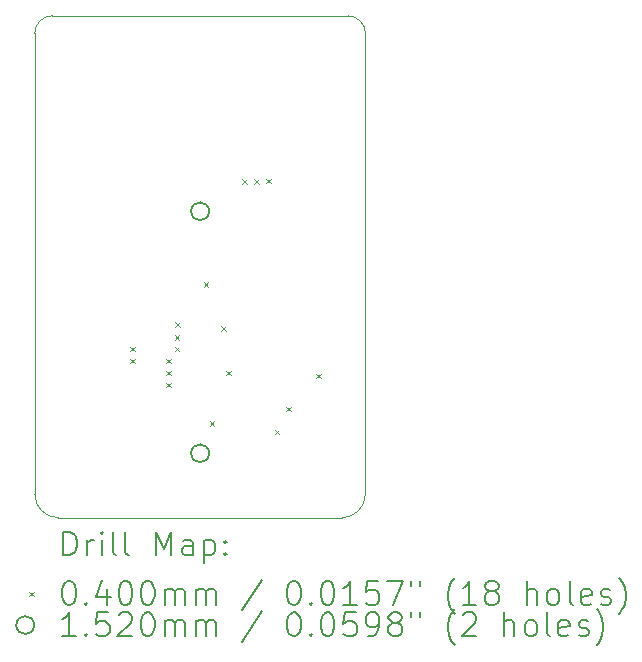
<source format=gbr>
%TF.GenerationSoftware,KiCad,Pcbnew,7.0.2*%
%TF.CreationDate,2024-10-17T18:40:29+08:00*%
%TF.ProjectId,blinker,626c696e-6b65-4722-9e6b-696361645f70,rev?*%
%TF.SameCoordinates,Original*%
%TF.FileFunction,Drillmap*%
%TF.FilePolarity,Positive*%
%FSLAX45Y45*%
G04 Gerber Fmt 4.5, Leading zero omitted, Abs format (unit mm)*
G04 Created by KiCad (PCBNEW 7.0.2) date 2024-10-17 18:40:29*
%MOMM*%
%LPD*%
G01*
G04 APERTURE LIST*
%ADD10C,0.100000*%
%ADD11C,0.200000*%
%ADD12C,0.040000*%
%ADD13C,0.152000*%
G04 APERTURE END LIST*
D10*
X6800000Y-1900000D02*
G75*
G03*
X6650000Y-1750000I-150000J0D01*
G01*
X4150000Y-1750000D02*
G75*
G03*
X4000000Y-1900000I0J-150000D01*
G01*
X4000000Y-5800000D02*
G75*
G03*
X4200000Y-6000000I200000J0D01*
G01*
X6600000Y-6000000D02*
G75*
G03*
X6800000Y-5800000I0J200000D01*
G01*
X4000000Y-1900000D02*
X4000000Y-5800000D01*
X6650000Y-1750000D02*
X4150000Y-1750000D01*
X6800000Y-5800000D02*
X6800000Y-1900000D01*
X4200000Y-6000000D02*
X6600000Y-6000000D01*
D11*
D12*
X4806000Y-4552000D02*
X4846000Y-4592000D01*
X4846000Y-4552000D02*
X4806000Y-4592000D01*
X4806000Y-4653600D02*
X4846000Y-4693600D01*
X4846000Y-4653600D02*
X4806000Y-4693600D01*
X5110800Y-4856800D02*
X5150800Y-4896800D01*
X5150800Y-4856800D02*
X5110800Y-4896800D01*
X5111230Y-4754770D02*
X5151230Y-4794770D01*
X5151230Y-4754770D02*
X5111230Y-4794770D01*
X5111660Y-4652740D02*
X5151660Y-4692740D01*
X5151660Y-4652740D02*
X5111660Y-4692740D01*
X5184110Y-4451526D02*
X5224110Y-4491526D01*
X5224110Y-4451526D02*
X5184110Y-4491526D01*
X5184110Y-4552000D02*
X5224110Y-4592000D01*
X5224110Y-4552000D02*
X5184110Y-4592000D01*
X5187778Y-4345398D02*
X5227778Y-4385398D01*
X5227778Y-4345398D02*
X5187778Y-4385398D01*
X5430000Y-4005000D02*
X5470000Y-4045000D01*
X5470000Y-4005000D02*
X5430000Y-4045000D01*
X5480000Y-5180000D02*
X5520000Y-5220000D01*
X5520000Y-5180000D02*
X5480000Y-5220000D01*
X5580000Y-4380000D02*
X5620000Y-4420000D01*
X5620000Y-4380000D02*
X5580000Y-4420000D01*
X5618800Y-4755200D02*
X5658800Y-4795200D01*
X5658800Y-4755200D02*
X5618800Y-4795200D01*
X5755000Y-3132821D02*
X5795000Y-3172821D01*
X5795000Y-3132821D02*
X5755000Y-3172821D01*
X5857640Y-3132640D02*
X5897640Y-3172640D01*
X5897640Y-3132640D02*
X5857640Y-3172640D01*
X5957554Y-3129931D02*
X5997554Y-3169931D01*
X5997554Y-3129931D02*
X5957554Y-3169931D01*
X6030000Y-5255000D02*
X6070000Y-5295000D01*
X6070000Y-5255000D02*
X6030000Y-5295000D01*
X6126800Y-5060000D02*
X6166800Y-5100000D01*
X6166800Y-5060000D02*
X6126800Y-5100000D01*
X6380000Y-4780000D02*
X6420000Y-4820000D01*
X6420000Y-4780000D02*
X6380000Y-4820000D01*
D13*
X5476000Y-3405280D02*
G75*
G03*
X5476000Y-3405280I-76000J0D01*
G01*
X5476000Y-5454280D02*
G75*
G03*
X5476000Y-5454280I-76000J0D01*
G01*
D11*
X4242619Y-6317524D02*
X4242619Y-6117524D01*
X4242619Y-6117524D02*
X4290238Y-6117524D01*
X4290238Y-6117524D02*
X4318810Y-6127048D01*
X4318810Y-6127048D02*
X4337857Y-6146095D01*
X4337857Y-6146095D02*
X4347381Y-6165143D01*
X4347381Y-6165143D02*
X4356905Y-6203238D01*
X4356905Y-6203238D02*
X4356905Y-6231809D01*
X4356905Y-6231809D02*
X4347381Y-6269905D01*
X4347381Y-6269905D02*
X4337857Y-6288952D01*
X4337857Y-6288952D02*
X4318810Y-6308000D01*
X4318810Y-6308000D02*
X4290238Y-6317524D01*
X4290238Y-6317524D02*
X4242619Y-6317524D01*
X4442619Y-6317524D02*
X4442619Y-6184190D01*
X4442619Y-6222286D02*
X4452143Y-6203238D01*
X4452143Y-6203238D02*
X4461667Y-6193714D01*
X4461667Y-6193714D02*
X4480714Y-6184190D01*
X4480714Y-6184190D02*
X4499762Y-6184190D01*
X4566429Y-6317524D02*
X4566429Y-6184190D01*
X4566429Y-6117524D02*
X4556905Y-6127048D01*
X4556905Y-6127048D02*
X4566429Y-6136571D01*
X4566429Y-6136571D02*
X4575952Y-6127048D01*
X4575952Y-6127048D02*
X4566429Y-6117524D01*
X4566429Y-6117524D02*
X4566429Y-6136571D01*
X4690238Y-6317524D02*
X4671190Y-6308000D01*
X4671190Y-6308000D02*
X4661667Y-6288952D01*
X4661667Y-6288952D02*
X4661667Y-6117524D01*
X4795000Y-6317524D02*
X4775952Y-6308000D01*
X4775952Y-6308000D02*
X4766429Y-6288952D01*
X4766429Y-6288952D02*
X4766429Y-6117524D01*
X5023571Y-6317524D02*
X5023571Y-6117524D01*
X5023571Y-6117524D02*
X5090238Y-6260381D01*
X5090238Y-6260381D02*
X5156905Y-6117524D01*
X5156905Y-6117524D02*
X5156905Y-6317524D01*
X5337857Y-6317524D02*
X5337857Y-6212762D01*
X5337857Y-6212762D02*
X5328333Y-6193714D01*
X5328333Y-6193714D02*
X5309286Y-6184190D01*
X5309286Y-6184190D02*
X5271190Y-6184190D01*
X5271190Y-6184190D02*
X5252143Y-6193714D01*
X5337857Y-6308000D02*
X5318810Y-6317524D01*
X5318810Y-6317524D02*
X5271190Y-6317524D01*
X5271190Y-6317524D02*
X5252143Y-6308000D01*
X5252143Y-6308000D02*
X5242619Y-6288952D01*
X5242619Y-6288952D02*
X5242619Y-6269905D01*
X5242619Y-6269905D02*
X5252143Y-6250857D01*
X5252143Y-6250857D02*
X5271190Y-6241333D01*
X5271190Y-6241333D02*
X5318810Y-6241333D01*
X5318810Y-6241333D02*
X5337857Y-6231809D01*
X5433095Y-6184190D02*
X5433095Y-6384190D01*
X5433095Y-6193714D02*
X5452143Y-6184190D01*
X5452143Y-6184190D02*
X5490238Y-6184190D01*
X5490238Y-6184190D02*
X5509286Y-6193714D01*
X5509286Y-6193714D02*
X5518810Y-6203238D01*
X5518810Y-6203238D02*
X5528333Y-6222286D01*
X5528333Y-6222286D02*
X5528333Y-6279428D01*
X5528333Y-6279428D02*
X5518810Y-6298476D01*
X5518810Y-6298476D02*
X5509286Y-6308000D01*
X5509286Y-6308000D02*
X5490238Y-6317524D01*
X5490238Y-6317524D02*
X5452143Y-6317524D01*
X5452143Y-6317524D02*
X5433095Y-6308000D01*
X5614048Y-6298476D02*
X5623571Y-6308000D01*
X5623571Y-6308000D02*
X5614048Y-6317524D01*
X5614048Y-6317524D02*
X5604524Y-6308000D01*
X5604524Y-6308000D02*
X5614048Y-6298476D01*
X5614048Y-6298476D02*
X5614048Y-6317524D01*
X5614048Y-6193714D02*
X5623571Y-6203238D01*
X5623571Y-6203238D02*
X5614048Y-6212762D01*
X5614048Y-6212762D02*
X5604524Y-6203238D01*
X5604524Y-6203238D02*
X5614048Y-6193714D01*
X5614048Y-6193714D02*
X5614048Y-6212762D01*
D12*
X3955000Y-6625000D02*
X3995000Y-6665000D01*
X3995000Y-6625000D02*
X3955000Y-6665000D01*
D11*
X4280714Y-6537524D02*
X4299762Y-6537524D01*
X4299762Y-6537524D02*
X4318810Y-6547048D01*
X4318810Y-6547048D02*
X4328333Y-6556571D01*
X4328333Y-6556571D02*
X4337857Y-6575619D01*
X4337857Y-6575619D02*
X4347381Y-6613714D01*
X4347381Y-6613714D02*
X4347381Y-6661333D01*
X4347381Y-6661333D02*
X4337857Y-6699428D01*
X4337857Y-6699428D02*
X4328333Y-6718476D01*
X4328333Y-6718476D02*
X4318810Y-6728000D01*
X4318810Y-6728000D02*
X4299762Y-6737524D01*
X4299762Y-6737524D02*
X4280714Y-6737524D01*
X4280714Y-6737524D02*
X4261667Y-6728000D01*
X4261667Y-6728000D02*
X4252143Y-6718476D01*
X4252143Y-6718476D02*
X4242619Y-6699428D01*
X4242619Y-6699428D02*
X4233095Y-6661333D01*
X4233095Y-6661333D02*
X4233095Y-6613714D01*
X4233095Y-6613714D02*
X4242619Y-6575619D01*
X4242619Y-6575619D02*
X4252143Y-6556571D01*
X4252143Y-6556571D02*
X4261667Y-6547048D01*
X4261667Y-6547048D02*
X4280714Y-6537524D01*
X4433095Y-6718476D02*
X4442619Y-6728000D01*
X4442619Y-6728000D02*
X4433095Y-6737524D01*
X4433095Y-6737524D02*
X4423571Y-6728000D01*
X4423571Y-6728000D02*
X4433095Y-6718476D01*
X4433095Y-6718476D02*
X4433095Y-6737524D01*
X4614048Y-6604190D02*
X4614048Y-6737524D01*
X4566429Y-6528000D02*
X4518810Y-6670857D01*
X4518810Y-6670857D02*
X4642619Y-6670857D01*
X4756905Y-6537524D02*
X4775952Y-6537524D01*
X4775952Y-6537524D02*
X4795000Y-6547048D01*
X4795000Y-6547048D02*
X4804524Y-6556571D01*
X4804524Y-6556571D02*
X4814048Y-6575619D01*
X4814048Y-6575619D02*
X4823571Y-6613714D01*
X4823571Y-6613714D02*
X4823571Y-6661333D01*
X4823571Y-6661333D02*
X4814048Y-6699428D01*
X4814048Y-6699428D02*
X4804524Y-6718476D01*
X4804524Y-6718476D02*
X4795000Y-6728000D01*
X4795000Y-6728000D02*
X4775952Y-6737524D01*
X4775952Y-6737524D02*
X4756905Y-6737524D01*
X4756905Y-6737524D02*
X4737857Y-6728000D01*
X4737857Y-6728000D02*
X4728333Y-6718476D01*
X4728333Y-6718476D02*
X4718810Y-6699428D01*
X4718810Y-6699428D02*
X4709286Y-6661333D01*
X4709286Y-6661333D02*
X4709286Y-6613714D01*
X4709286Y-6613714D02*
X4718810Y-6575619D01*
X4718810Y-6575619D02*
X4728333Y-6556571D01*
X4728333Y-6556571D02*
X4737857Y-6547048D01*
X4737857Y-6547048D02*
X4756905Y-6537524D01*
X4947381Y-6537524D02*
X4966429Y-6537524D01*
X4966429Y-6537524D02*
X4985476Y-6547048D01*
X4985476Y-6547048D02*
X4995000Y-6556571D01*
X4995000Y-6556571D02*
X5004524Y-6575619D01*
X5004524Y-6575619D02*
X5014048Y-6613714D01*
X5014048Y-6613714D02*
X5014048Y-6661333D01*
X5014048Y-6661333D02*
X5004524Y-6699428D01*
X5004524Y-6699428D02*
X4995000Y-6718476D01*
X4995000Y-6718476D02*
X4985476Y-6728000D01*
X4985476Y-6728000D02*
X4966429Y-6737524D01*
X4966429Y-6737524D02*
X4947381Y-6737524D01*
X4947381Y-6737524D02*
X4928333Y-6728000D01*
X4928333Y-6728000D02*
X4918810Y-6718476D01*
X4918810Y-6718476D02*
X4909286Y-6699428D01*
X4909286Y-6699428D02*
X4899762Y-6661333D01*
X4899762Y-6661333D02*
X4899762Y-6613714D01*
X4899762Y-6613714D02*
X4909286Y-6575619D01*
X4909286Y-6575619D02*
X4918810Y-6556571D01*
X4918810Y-6556571D02*
X4928333Y-6547048D01*
X4928333Y-6547048D02*
X4947381Y-6537524D01*
X5099762Y-6737524D02*
X5099762Y-6604190D01*
X5099762Y-6623238D02*
X5109286Y-6613714D01*
X5109286Y-6613714D02*
X5128333Y-6604190D01*
X5128333Y-6604190D02*
X5156905Y-6604190D01*
X5156905Y-6604190D02*
X5175952Y-6613714D01*
X5175952Y-6613714D02*
X5185476Y-6632762D01*
X5185476Y-6632762D02*
X5185476Y-6737524D01*
X5185476Y-6632762D02*
X5195000Y-6613714D01*
X5195000Y-6613714D02*
X5214048Y-6604190D01*
X5214048Y-6604190D02*
X5242619Y-6604190D01*
X5242619Y-6604190D02*
X5261667Y-6613714D01*
X5261667Y-6613714D02*
X5271191Y-6632762D01*
X5271191Y-6632762D02*
X5271191Y-6737524D01*
X5366429Y-6737524D02*
X5366429Y-6604190D01*
X5366429Y-6623238D02*
X5375952Y-6613714D01*
X5375952Y-6613714D02*
X5395000Y-6604190D01*
X5395000Y-6604190D02*
X5423572Y-6604190D01*
X5423572Y-6604190D02*
X5442619Y-6613714D01*
X5442619Y-6613714D02*
X5452143Y-6632762D01*
X5452143Y-6632762D02*
X5452143Y-6737524D01*
X5452143Y-6632762D02*
X5461667Y-6613714D01*
X5461667Y-6613714D02*
X5480714Y-6604190D01*
X5480714Y-6604190D02*
X5509286Y-6604190D01*
X5509286Y-6604190D02*
X5528333Y-6613714D01*
X5528333Y-6613714D02*
X5537857Y-6632762D01*
X5537857Y-6632762D02*
X5537857Y-6737524D01*
X5928333Y-6528000D02*
X5756905Y-6785143D01*
X6185476Y-6537524D02*
X6204524Y-6537524D01*
X6204524Y-6537524D02*
X6223572Y-6547048D01*
X6223572Y-6547048D02*
X6233095Y-6556571D01*
X6233095Y-6556571D02*
X6242619Y-6575619D01*
X6242619Y-6575619D02*
X6252143Y-6613714D01*
X6252143Y-6613714D02*
X6252143Y-6661333D01*
X6252143Y-6661333D02*
X6242619Y-6699428D01*
X6242619Y-6699428D02*
X6233095Y-6718476D01*
X6233095Y-6718476D02*
X6223572Y-6728000D01*
X6223572Y-6728000D02*
X6204524Y-6737524D01*
X6204524Y-6737524D02*
X6185476Y-6737524D01*
X6185476Y-6737524D02*
X6166429Y-6728000D01*
X6166429Y-6728000D02*
X6156905Y-6718476D01*
X6156905Y-6718476D02*
X6147381Y-6699428D01*
X6147381Y-6699428D02*
X6137857Y-6661333D01*
X6137857Y-6661333D02*
X6137857Y-6613714D01*
X6137857Y-6613714D02*
X6147381Y-6575619D01*
X6147381Y-6575619D02*
X6156905Y-6556571D01*
X6156905Y-6556571D02*
X6166429Y-6547048D01*
X6166429Y-6547048D02*
X6185476Y-6537524D01*
X6337857Y-6718476D02*
X6347381Y-6728000D01*
X6347381Y-6728000D02*
X6337857Y-6737524D01*
X6337857Y-6737524D02*
X6328333Y-6728000D01*
X6328333Y-6728000D02*
X6337857Y-6718476D01*
X6337857Y-6718476D02*
X6337857Y-6737524D01*
X6471191Y-6537524D02*
X6490238Y-6537524D01*
X6490238Y-6537524D02*
X6509286Y-6547048D01*
X6509286Y-6547048D02*
X6518810Y-6556571D01*
X6518810Y-6556571D02*
X6528333Y-6575619D01*
X6528333Y-6575619D02*
X6537857Y-6613714D01*
X6537857Y-6613714D02*
X6537857Y-6661333D01*
X6537857Y-6661333D02*
X6528333Y-6699428D01*
X6528333Y-6699428D02*
X6518810Y-6718476D01*
X6518810Y-6718476D02*
X6509286Y-6728000D01*
X6509286Y-6728000D02*
X6490238Y-6737524D01*
X6490238Y-6737524D02*
X6471191Y-6737524D01*
X6471191Y-6737524D02*
X6452143Y-6728000D01*
X6452143Y-6728000D02*
X6442619Y-6718476D01*
X6442619Y-6718476D02*
X6433095Y-6699428D01*
X6433095Y-6699428D02*
X6423572Y-6661333D01*
X6423572Y-6661333D02*
X6423572Y-6613714D01*
X6423572Y-6613714D02*
X6433095Y-6575619D01*
X6433095Y-6575619D02*
X6442619Y-6556571D01*
X6442619Y-6556571D02*
X6452143Y-6547048D01*
X6452143Y-6547048D02*
X6471191Y-6537524D01*
X6728333Y-6737524D02*
X6614048Y-6737524D01*
X6671191Y-6737524D02*
X6671191Y-6537524D01*
X6671191Y-6537524D02*
X6652143Y-6566095D01*
X6652143Y-6566095D02*
X6633095Y-6585143D01*
X6633095Y-6585143D02*
X6614048Y-6594667D01*
X6909286Y-6537524D02*
X6814048Y-6537524D01*
X6814048Y-6537524D02*
X6804524Y-6632762D01*
X6804524Y-6632762D02*
X6814048Y-6623238D01*
X6814048Y-6623238D02*
X6833095Y-6613714D01*
X6833095Y-6613714D02*
X6880714Y-6613714D01*
X6880714Y-6613714D02*
X6899762Y-6623238D01*
X6899762Y-6623238D02*
X6909286Y-6632762D01*
X6909286Y-6632762D02*
X6918810Y-6651809D01*
X6918810Y-6651809D02*
X6918810Y-6699428D01*
X6918810Y-6699428D02*
X6909286Y-6718476D01*
X6909286Y-6718476D02*
X6899762Y-6728000D01*
X6899762Y-6728000D02*
X6880714Y-6737524D01*
X6880714Y-6737524D02*
X6833095Y-6737524D01*
X6833095Y-6737524D02*
X6814048Y-6728000D01*
X6814048Y-6728000D02*
X6804524Y-6718476D01*
X6985476Y-6537524D02*
X7118810Y-6537524D01*
X7118810Y-6537524D02*
X7033095Y-6737524D01*
X7185476Y-6537524D02*
X7185476Y-6575619D01*
X7261667Y-6537524D02*
X7261667Y-6575619D01*
X7556905Y-6813714D02*
X7547381Y-6804190D01*
X7547381Y-6804190D02*
X7528334Y-6775619D01*
X7528334Y-6775619D02*
X7518810Y-6756571D01*
X7518810Y-6756571D02*
X7509286Y-6728000D01*
X7509286Y-6728000D02*
X7499762Y-6680381D01*
X7499762Y-6680381D02*
X7499762Y-6642286D01*
X7499762Y-6642286D02*
X7509286Y-6594667D01*
X7509286Y-6594667D02*
X7518810Y-6566095D01*
X7518810Y-6566095D02*
X7528334Y-6547048D01*
X7528334Y-6547048D02*
X7547381Y-6518476D01*
X7547381Y-6518476D02*
X7556905Y-6508952D01*
X7737857Y-6737524D02*
X7623572Y-6737524D01*
X7680714Y-6737524D02*
X7680714Y-6537524D01*
X7680714Y-6537524D02*
X7661667Y-6566095D01*
X7661667Y-6566095D02*
X7642619Y-6585143D01*
X7642619Y-6585143D02*
X7623572Y-6594667D01*
X7852143Y-6623238D02*
X7833095Y-6613714D01*
X7833095Y-6613714D02*
X7823572Y-6604190D01*
X7823572Y-6604190D02*
X7814048Y-6585143D01*
X7814048Y-6585143D02*
X7814048Y-6575619D01*
X7814048Y-6575619D02*
X7823572Y-6556571D01*
X7823572Y-6556571D02*
X7833095Y-6547048D01*
X7833095Y-6547048D02*
X7852143Y-6537524D01*
X7852143Y-6537524D02*
X7890238Y-6537524D01*
X7890238Y-6537524D02*
X7909286Y-6547048D01*
X7909286Y-6547048D02*
X7918810Y-6556571D01*
X7918810Y-6556571D02*
X7928334Y-6575619D01*
X7928334Y-6575619D02*
X7928334Y-6585143D01*
X7928334Y-6585143D02*
X7918810Y-6604190D01*
X7918810Y-6604190D02*
X7909286Y-6613714D01*
X7909286Y-6613714D02*
X7890238Y-6623238D01*
X7890238Y-6623238D02*
X7852143Y-6623238D01*
X7852143Y-6623238D02*
X7833095Y-6632762D01*
X7833095Y-6632762D02*
X7823572Y-6642286D01*
X7823572Y-6642286D02*
X7814048Y-6661333D01*
X7814048Y-6661333D02*
X7814048Y-6699428D01*
X7814048Y-6699428D02*
X7823572Y-6718476D01*
X7823572Y-6718476D02*
X7833095Y-6728000D01*
X7833095Y-6728000D02*
X7852143Y-6737524D01*
X7852143Y-6737524D02*
X7890238Y-6737524D01*
X7890238Y-6737524D02*
X7909286Y-6728000D01*
X7909286Y-6728000D02*
X7918810Y-6718476D01*
X7918810Y-6718476D02*
X7928334Y-6699428D01*
X7928334Y-6699428D02*
X7928334Y-6661333D01*
X7928334Y-6661333D02*
X7918810Y-6642286D01*
X7918810Y-6642286D02*
X7909286Y-6632762D01*
X7909286Y-6632762D02*
X7890238Y-6623238D01*
X8166429Y-6737524D02*
X8166429Y-6537524D01*
X8252143Y-6737524D02*
X8252143Y-6632762D01*
X8252143Y-6632762D02*
X8242619Y-6613714D01*
X8242619Y-6613714D02*
X8223572Y-6604190D01*
X8223572Y-6604190D02*
X8195000Y-6604190D01*
X8195000Y-6604190D02*
X8175953Y-6613714D01*
X8175953Y-6613714D02*
X8166429Y-6623238D01*
X8375953Y-6737524D02*
X8356905Y-6728000D01*
X8356905Y-6728000D02*
X8347381Y-6718476D01*
X8347381Y-6718476D02*
X8337857Y-6699428D01*
X8337857Y-6699428D02*
X8337857Y-6642286D01*
X8337857Y-6642286D02*
X8347381Y-6623238D01*
X8347381Y-6623238D02*
X8356905Y-6613714D01*
X8356905Y-6613714D02*
X8375953Y-6604190D01*
X8375953Y-6604190D02*
X8404524Y-6604190D01*
X8404524Y-6604190D02*
X8423572Y-6613714D01*
X8423572Y-6613714D02*
X8433096Y-6623238D01*
X8433096Y-6623238D02*
X8442619Y-6642286D01*
X8442619Y-6642286D02*
X8442619Y-6699428D01*
X8442619Y-6699428D02*
X8433096Y-6718476D01*
X8433096Y-6718476D02*
X8423572Y-6728000D01*
X8423572Y-6728000D02*
X8404524Y-6737524D01*
X8404524Y-6737524D02*
X8375953Y-6737524D01*
X8556905Y-6737524D02*
X8537858Y-6728000D01*
X8537858Y-6728000D02*
X8528334Y-6708952D01*
X8528334Y-6708952D02*
X8528334Y-6537524D01*
X8709286Y-6728000D02*
X8690239Y-6737524D01*
X8690239Y-6737524D02*
X8652143Y-6737524D01*
X8652143Y-6737524D02*
X8633096Y-6728000D01*
X8633096Y-6728000D02*
X8623572Y-6708952D01*
X8623572Y-6708952D02*
X8623572Y-6632762D01*
X8623572Y-6632762D02*
X8633096Y-6613714D01*
X8633096Y-6613714D02*
X8652143Y-6604190D01*
X8652143Y-6604190D02*
X8690239Y-6604190D01*
X8690239Y-6604190D02*
X8709286Y-6613714D01*
X8709286Y-6613714D02*
X8718810Y-6632762D01*
X8718810Y-6632762D02*
X8718810Y-6651809D01*
X8718810Y-6651809D02*
X8623572Y-6670857D01*
X8795000Y-6728000D02*
X8814048Y-6737524D01*
X8814048Y-6737524D02*
X8852143Y-6737524D01*
X8852143Y-6737524D02*
X8871191Y-6728000D01*
X8871191Y-6728000D02*
X8880715Y-6708952D01*
X8880715Y-6708952D02*
X8880715Y-6699428D01*
X8880715Y-6699428D02*
X8871191Y-6680381D01*
X8871191Y-6680381D02*
X8852143Y-6670857D01*
X8852143Y-6670857D02*
X8823572Y-6670857D01*
X8823572Y-6670857D02*
X8804524Y-6661333D01*
X8804524Y-6661333D02*
X8795000Y-6642286D01*
X8795000Y-6642286D02*
X8795000Y-6632762D01*
X8795000Y-6632762D02*
X8804524Y-6613714D01*
X8804524Y-6613714D02*
X8823572Y-6604190D01*
X8823572Y-6604190D02*
X8852143Y-6604190D01*
X8852143Y-6604190D02*
X8871191Y-6613714D01*
X8947381Y-6813714D02*
X8956905Y-6804190D01*
X8956905Y-6804190D02*
X8975953Y-6775619D01*
X8975953Y-6775619D02*
X8985477Y-6756571D01*
X8985477Y-6756571D02*
X8995000Y-6728000D01*
X8995000Y-6728000D02*
X9004524Y-6680381D01*
X9004524Y-6680381D02*
X9004524Y-6642286D01*
X9004524Y-6642286D02*
X8995000Y-6594667D01*
X8995000Y-6594667D02*
X8985477Y-6566095D01*
X8985477Y-6566095D02*
X8975953Y-6547048D01*
X8975953Y-6547048D02*
X8956905Y-6518476D01*
X8956905Y-6518476D02*
X8947381Y-6508952D01*
D13*
X3995000Y-6909000D02*
G75*
G03*
X3995000Y-6909000I-76000J0D01*
G01*
D11*
X4347381Y-7001524D02*
X4233095Y-7001524D01*
X4290238Y-7001524D02*
X4290238Y-6801524D01*
X4290238Y-6801524D02*
X4271190Y-6830095D01*
X4271190Y-6830095D02*
X4252143Y-6849143D01*
X4252143Y-6849143D02*
X4233095Y-6858667D01*
X4433095Y-6982476D02*
X4442619Y-6992000D01*
X4442619Y-6992000D02*
X4433095Y-7001524D01*
X4433095Y-7001524D02*
X4423571Y-6992000D01*
X4423571Y-6992000D02*
X4433095Y-6982476D01*
X4433095Y-6982476D02*
X4433095Y-7001524D01*
X4623571Y-6801524D02*
X4528333Y-6801524D01*
X4528333Y-6801524D02*
X4518810Y-6896762D01*
X4518810Y-6896762D02*
X4528333Y-6887238D01*
X4528333Y-6887238D02*
X4547381Y-6877714D01*
X4547381Y-6877714D02*
X4595000Y-6877714D01*
X4595000Y-6877714D02*
X4614048Y-6887238D01*
X4614048Y-6887238D02*
X4623571Y-6896762D01*
X4623571Y-6896762D02*
X4633095Y-6915809D01*
X4633095Y-6915809D02*
X4633095Y-6963428D01*
X4633095Y-6963428D02*
X4623571Y-6982476D01*
X4623571Y-6982476D02*
X4614048Y-6992000D01*
X4614048Y-6992000D02*
X4595000Y-7001524D01*
X4595000Y-7001524D02*
X4547381Y-7001524D01*
X4547381Y-7001524D02*
X4528333Y-6992000D01*
X4528333Y-6992000D02*
X4518810Y-6982476D01*
X4709286Y-6820571D02*
X4718810Y-6811048D01*
X4718810Y-6811048D02*
X4737857Y-6801524D01*
X4737857Y-6801524D02*
X4785476Y-6801524D01*
X4785476Y-6801524D02*
X4804524Y-6811048D01*
X4804524Y-6811048D02*
X4814048Y-6820571D01*
X4814048Y-6820571D02*
X4823571Y-6839619D01*
X4823571Y-6839619D02*
X4823571Y-6858667D01*
X4823571Y-6858667D02*
X4814048Y-6887238D01*
X4814048Y-6887238D02*
X4699762Y-7001524D01*
X4699762Y-7001524D02*
X4823571Y-7001524D01*
X4947381Y-6801524D02*
X4966429Y-6801524D01*
X4966429Y-6801524D02*
X4985476Y-6811048D01*
X4985476Y-6811048D02*
X4995000Y-6820571D01*
X4995000Y-6820571D02*
X5004524Y-6839619D01*
X5004524Y-6839619D02*
X5014048Y-6877714D01*
X5014048Y-6877714D02*
X5014048Y-6925333D01*
X5014048Y-6925333D02*
X5004524Y-6963428D01*
X5004524Y-6963428D02*
X4995000Y-6982476D01*
X4995000Y-6982476D02*
X4985476Y-6992000D01*
X4985476Y-6992000D02*
X4966429Y-7001524D01*
X4966429Y-7001524D02*
X4947381Y-7001524D01*
X4947381Y-7001524D02*
X4928333Y-6992000D01*
X4928333Y-6992000D02*
X4918810Y-6982476D01*
X4918810Y-6982476D02*
X4909286Y-6963428D01*
X4909286Y-6963428D02*
X4899762Y-6925333D01*
X4899762Y-6925333D02*
X4899762Y-6877714D01*
X4899762Y-6877714D02*
X4909286Y-6839619D01*
X4909286Y-6839619D02*
X4918810Y-6820571D01*
X4918810Y-6820571D02*
X4928333Y-6811048D01*
X4928333Y-6811048D02*
X4947381Y-6801524D01*
X5099762Y-7001524D02*
X5099762Y-6868190D01*
X5099762Y-6887238D02*
X5109286Y-6877714D01*
X5109286Y-6877714D02*
X5128333Y-6868190D01*
X5128333Y-6868190D02*
X5156905Y-6868190D01*
X5156905Y-6868190D02*
X5175952Y-6877714D01*
X5175952Y-6877714D02*
X5185476Y-6896762D01*
X5185476Y-6896762D02*
X5185476Y-7001524D01*
X5185476Y-6896762D02*
X5195000Y-6877714D01*
X5195000Y-6877714D02*
X5214048Y-6868190D01*
X5214048Y-6868190D02*
X5242619Y-6868190D01*
X5242619Y-6868190D02*
X5261667Y-6877714D01*
X5261667Y-6877714D02*
X5271191Y-6896762D01*
X5271191Y-6896762D02*
X5271191Y-7001524D01*
X5366429Y-7001524D02*
X5366429Y-6868190D01*
X5366429Y-6887238D02*
X5375952Y-6877714D01*
X5375952Y-6877714D02*
X5395000Y-6868190D01*
X5395000Y-6868190D02*
X5423572Y-6868190D01*
X5423572Y-6868190D02*
X5442619Y-6877714D01*
X5442619Y-6877714D02*
X5452143Y-6896762D01*
X5452143Y-6896762D02*
X5452143Y-7001524D01*
X5452143Y-6896762D02*
X5461667Y-6877714D01*
X5461667Y-6877714D02*
X5480714Y-6868190D01*
X5480714Y-6868190D02*
X5509286Y-6868190D01*
X5509286Y-6868190D02*
X5528333Y-6877714D01*
X5528333Y-6877714D02*
X5537857Y-6896762D01*
X5537857Y-6896762D02*
X5537857Y-7001524D01*
X5928333Y-6792000D02*
X5756905Y-7049143D01*
X6185476Y-6801524D02*
X6204524Y-6801524D01*
X6204524Y-6801524D02*
X6223572Y-6811048D01*
X6223572Y-6811048D02*
X6233095Y-6820571D01*
X6233095Y-6820571D02*
X6242619Y-6839619D01*
X6242619Y-6839619D02*
X6252143Y-6877714D01*
X6252143Y-6877714D02*
X6252143Y-6925333D01*
X6252143Y-6925333D02*
X6242619Y-6963428D01*
X6242619Y-6963428D02*
X6233095Y-6982476D01*
X6233095Y-6982476D02*
X6223572Y-6992000D01*
X6223572Y-6992000D02*
X6204524Y-7001524D01*
X6204524Y-7001524D02*
X6185476Y-7001524D01*
X6185476Y-7001524D02*
X6166429Y-6992000D01*
X6166429Y-6992000D02*
X6156905Y-6982476D01*
X6156905Y-6982476D02*
X6147381Y-6963428D01*
X6147381Y-6963428D02*
X6137857Y-6925333D01*
X6137857Y-6925333D02*
X6137857Y-6877714D01*
X6137857Y-6877714D02*
X6147381Y-6839619D01*
X6147381Y-6839619D02*
X6156905Y-6820571D01*
X6156905Y-6820571D02*
X6166429Y-6811048D01*
X6166429Y-6811048D02*
X6185476Y-6801524D01*
X6337857Y-6982476D02*
X6347381Y-6992000D01*
X6347381Y-6992000D02*
X6337857Y-7001524D01*
X6337857Y-7001524D02*
X6328333Y-6992000D01*
X6328333Y-6992000D02*
X6337857Y-6982476D01*
X6337857Y-6982476D02*
X6337857Y-7001524D01*
X6471191Y-6801524D02*
X6490238Y-6801524D01*
X6490238Y-6801524D02*
X6509286Y-6811048D01*
X6509286Y-6811048D02*
X6518810Y-6820571D01*
X6518810Y-6820571D02*
X6528333Y-6839619D01*
X6528333Y-6839619D02*
X6537857Y-6877714D01*
X6537857Y-6877714D02*
X6537857Y-6925333D01*
X6537857Y-6925333D02*
X6528333Y-6963428D01*
X6528333Y-6963428D02*
X6518810Y-6982476D01*
X6518810Y-6982476D02*
X6509286Y-6992000D01*
X6509286Y-6992000D02*
X6490238Y-7001524D01*
X6490238Y-7001524D02*
X6471191Y-7001524D01*
X6471191Y-7001524D02*
X6452143Y-6992000D01*
X6452143Y-6992000D02*
X6442619Y-6982476D01*
X6442619Y-6982476D02*
X6433095Y-6963428D01*
X6433095Y-6963428D02*
X6423572Y-6925333D01*
X6423572Y-6925333D02*
X6423572Y-6877714D01*
X6423572Y-6877714D02*
X6433095Y-6839619D01*
X6433095Y-6839619D02*
X6442619Y-6820571D01*
X6442619Y-6820571D02*
X6452143Y-6811048D01*
X6452143Y-6811048D02*
X6471191Y-6801524D01*
X6718810Y-6801524D02*
X6623572Y-6801524D01*
X6623572Y-6801524D02*
X6614048Y-6896762D01*
X6614048Y-6896762D02*
X6623572Y-6887238D01*
X6623572Y-6887238D02*
X6642619Y-6877714D01*
X6642619Y-6877714D02*
X6690238Y-6877714D01*
X6690238Y-6877714D02*
X6709286Y-6887238D01*
X6709286Y-6887238D02*
X6718810Y-6896762D01*
X6718810Y-6896762D02*
X6728333Y-6915809D01*
X6728333Y-6915809D02*
X6728333Y-6963428D01*
X6728333Y-6963428D02*
X6718810Y-6982476D01*
X6718810Y-6982476D02*
X6709286Y-6992000D01*
X6709286Y-6992000D02*
X6690238Y-7001524D01*
X6690238Y-7001524D02*
X6642619Y-7001524D01*
X6642619Y-7001524D02*
X6623572Y-6992000D01*
X6623572Y-6992000D02*
X6614048Y-6982476D01*
X6823572Y-7001524D02*
X6861667Y-7001524D01*
X6861667Y-7001524D02*
X6880714Y-6992000D01*
X6880714Y-6992000D02*
X6890238Y-6982476D01*
X6890238Y-6982476D02*
X6909286Y-6953905D01*
X6909286Y-6953905D02*
X6918810Y-6915809D01*
X6918810Y-6915809D02*
X6918810Y-6839619D01*
X6918810Y-6839619D02*
X6909286Y-6820571D01*
X6909286Y-6820571D02*
X6899762Y-6811048D01*
X6899762Y-6811048D02*
X6880714Y-6801524D01*
X6880714Y-6801524D02*
X6842619Y-6801524D01*
X6842619Y-6801524D02*
X6823572Y-6811048D01*
X6823572Y-6811048D02*
X6814048Y-6820571D01*
X6814048Y-6820571D02*
X6804524Y-6839619D01*
X6804524Y-6839619D02*
X6804524Y-6887238D01*
X6804524Y-6887238D02*
X6814048Y-6906286D01*
X6814048Y-6906286D02*
X6823572Y-6915809D01*
X6823572Y-6915809D02*
X6842619Y-6925333D01*
X6842619Y-6925333D02*
X6880714Y-6925333D01*
X6880714Y-6925333D02*
X6899762Y-6915809D01*
X6899762Y-6915809D02*
X6909286Y-6906286D01*
X6909286Y-6906286D02*
X6918810Y-6887238D01*
X7033095Y-6887238D02*
X7014048Y-6877714D01*
X7014048Y-6877714D02*
X7004524Y-6868190D01*
X7004524Y-6868190D02*
X6995000Y-6849143D01*
X6995000Y-6849143D02*
X6995000Y-6839619D01*
X6995000Y-6839619D02*
X7004524Y-6820571D01*
X7004524Y-6820571D02*
X7014048Y-6811048D01*
X7014048Y-6811048D02*
X7033095Y-6801524D01*
X7033095Y-6801524D02*
X7071191Y-6801524D01*
X7071191Y-6801524D02*
X7090238Y-6811048D01*
X7090238Y-6811048D02*
X7099762Y-6820571D01*
X7099762Y-6820571D02*
X7109286Y-6839619D01*
X7109286Y-6839619D02*
X7109286Y-6849143D01*
X7109286Y-6849143D02*
X7099762Y-6868190D01*
X7099762Y-6868190D02*
X7090238Y-6877714D01*
X7090238Y-6877714D02*
X7071191Y-6887238D01*
X7071191Y-6887238D02*
X7033095Y-6887238D01*
X7033095Y-6887238D02*
X7014048Y-6896762D01*
X7014048Y-6896762D02*
X7004524Y-6906286D01*
X7004524Y-6906286D02*
X6995000Y-6925333D01*
X6995000Y-6925333D02*
X6995000Y-6963428D01*
X6995000Y-6963428D02*
X7004524Y-6982476D01*
X7004524Y-6982476D02*
X7014048Y-6992000D01*
X7014048Y-6992000D02*
X7033095Y-7001524D01*
X7033095Y-7001524D02*
X7071191Y-7001524D01*
X7071191Y-7001524D02*
X7090238Y-6992000D01*
X7090238Y-6992000D02*
X7099762Y-6982476D01*
X7099762Y-6982476D02*
X7109286Y-6963428D01*
X7109286Y-6963428D02*
X7109286Y-6925333D01*
X7109286Y-6925333D02*
X7099762Y-6906286D01*
X7099762Y-6906286D02*
X7090238Y-6896762D01*
X7090238Y-6896762D02*
X7071191Y-6887238D01*
X7185476Y-6801524D02*
X7185476Y-6839619D01*
X7261667Y-6801524D02*
X7261667Y-6839619D01*
X7556905Y-7077714D02*
X7547381Y-7068190D01*
X7547381Y-7068190D02*
X7528334Y-7039619D01*
X7528334Y-7039619D02*
X7518810Y-7020571D01*
X7518810Y-7020571D02*
X7509286Y-6992000D01*
X7509286Y-6992000D02*
X7499762Y-6944381D01*
X7499762Y-6944381D02*
X7499762Y-6906286D01*
X7499762Y-6906286D02*
X7509286Y-6858667D01*
X7509286Y-6858667D02*
X7518810Y-6830095D01*
X7518810Y-6830095D02*
X7528334Y-6811048D01*
X7528334Y-6811048D02*
X7547381Y-6782476D01*
X7547381Y-6782476D02*
X7556905Y-6772952D01*
X7623572Y-6820571D02*
X7633095Y-6811048D01*
X7633095Y-6811048D02*
X7652143Y-6801524D01*
X7652143Y-6801524D02*
X7699762Y-6801524D01*
X7699762Y-6801524D02*
X7718810Y-6811048D01*
X7718810Y-6811048D02*
X7728334Y-6820571D01*
X7728334Y-6820571D02*
X7737857Y-6839619D01*
X7737857Y-6839619D02*
X7737857Y-6858667D01*
X7737857Y-6858667D02*
X7728334Y-6887238D01*
X7728334Y-6887238D02*
X7614048Y-7001524D01*
X7614048Y-7001524D02*
X7737857Y-7001524D01*
X7975953Y-7001524D02*
X7975953Y-6801524D01*
X8061667Y-7001524D02*
X8061667Y-6896762D01*
X8061667Y-6896762D02*
X8052143Y-6877714D01*
X8052143Y-6877714D02*
X8033096Y-6868190D01*
X8033096Y-6868190D02*
X8004524Y-6868190D01*
X8004524Y-6868190D02*
X7985476Y-6877714D01*
X7985476Y-6877714D02*
X7975953Y-6887238D01*
X8185476Y-7001524D02*
X8166429Y-6992000D01*
X8166429Y-6992000D02*
X8156905Y-6982476D01*
X8156905Y-6982476D02*
X8147381Y-6963428D01*
X8147381Y-6963428D02*
X8147381Y-6906286D01*
X8147381Y-6906286D02*
X8156905Y-6887238D01*
X8156905Y-6887238D02*
X8166429Y-6877714D01*
X8166429Y-6877714D02*
X8185476Y-6868190D01*
X8185476Y-6868190D02*
X8214048Y-6868190D01*
X8214048Y-6868190D02*
X8233096Y-6877714D01*
X8233096Y-6877714D02*
X8242619Y-6887238D01*
X8242619Y-6887238D02*
X8252143Y-6906286D01*
X8252143Y-6906286D02*
X8252143Y-6963428D01*
X8252143Y-6963428D02*
X8242619Y-6982476D01*
X8242619Y-6982476D02*
X8233096Y-6992000D01*
X8233096Y-6992000D02*
X8214048Y-7001524D01*
X8214048Y-7001524D02*
X8185476Y-7001524D01*
X8366429Y-7001524D02*
X8347381Y-6992000D01*
X8347381Y-6992000D02*
X8337857Y-6972952D01*
X8337857Y-6972952D02*
X8337857Y-6801524D01*
X8518810Y-6992000D02*
X8499762Y-7001524D01*
X8499762Y-7001524D02*
X8461667Y-7001524D01*
X8461667Y-7001524D02*
X8442619Y-6992000D01*
X8442619Y-6992000D02*
X8433096Y-6972952D01*
X8433096Y-6972952D02*
X8433096Y-6896762D01*
X8433096Y-6896762D02*
X8442619Y-6877714D01*
X8442619Y-6877714D02*
X8461667Y-6868190D01*
X8461667Y-6868190D02*
X8499762Y-6868190D01*
X8499762Y-6868190D02*
X8518810Y-6877714D01*
X8518810Y-6877714D02*
X8528334Y-6896762D01*
X8528334Y-6896762D02*
X8528334Y-6915809D01*
X8528334Y-6915809D02*
X8433096Y-6934857D01*
X8604524Y-6992000D02*
X8623572Y-7001524D01*
X8623572Y-7001524D02*
X8661667Y-7001524D01*
X8661667Y-7001524D02*
X8680715Y-6992000D01*
X8680715Y-6992000D02*
X8690239Y-6972952D01*
X8690239Y-6972952D02*
X8690239Y-6963428D01*
X8690239Y-6963428D02*
X8680715Y-6944381D01*
X8680715Y-6944381D02*
X8661667Y-6934857D01*
X8661667Y-6934857D02*
X8633096Y-6934857D01*
X8633096Y-6934857D02*
X8614048Y-6925333D01*
X8614048Y-6925333D02*
X8604524Y-6906286D01*
X8604524Y-6906286D02*
X8604524Y-6896762D01*
X8604524Y-6896762D02*
X8614048Y-6877714D01*
X8614048Y-6877714D02*
X8633096Y-6868190D01*
X8633096Y-6868190D02*
X8661667Y-6868190D01*
X8661667Y-6868190D02*
X8680715Y-6877714D01*
X8756905Y-7077714D02*
X8766429Y-7068190D01*
X8766429Y-7068190D02*
X8785477Y-7039619D01*
X8785477Y-7039619D02*
X8795000Y-7020571D01*
X8795000Y-7020571D02*
X8804524Y-6992000D01*
X8804524Y-6992000D02*
X8814048Y-6944381D01*
X8814048Y-6944381D02*
X8814048Y-6906286D01*
X8814048Y-6906286D02*
X8804524Y-6858667D01*
X8804524Y-6858667D02*
X8795000Y-6830095D01*
X8795000Y-6830095D02*
X8785477Y-6811048D01*
X8785477Y-6811048D02*
X8766429Y-6782476D01*
X8766429Y-6782476D02*
X8756905Y-6772952D01*
M02*

</source>
